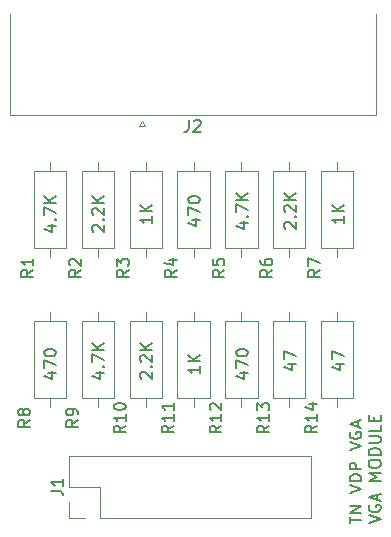
<source format=gbr>
%TF.GenerationSoftware,KiCad,Pcbnew,7.0.1*%
%TF.CreationDate,2023-05-30T14:27:45-07:00*%
%TF.ProjectId,tn_vdp_v1_vga,746e5f76-6470-45f7-9631-5f7667612e6b,rev?*%
%TF.SameCoordinates,Original*%
%TF.FileFunction,Legend,Top*%
%TF.FilePolarity,Positive*%
%FSLAX46Y46*%
G04 Gerber Fmt 4.6, Leading zero omitted, Abs format (unit mm)*
G04 Created by KiCad (PCBNEW 7.0.1) date 2023-05-30 14:27:45*
%MOMM*%
%LPD*%
G01*
G04 APERTURE LIST*
%ADD10C,0.150000*%
%ADD11C,0.120000*%
G04 APERTURE END LIST*
D10*
X156513952Y-62999809D02*
X157180619Y-62999809D01*
X156133000Y-63237904D02*
X156847285Y-63475999D01*
X156847285Y-63475999D02*
X156847285Y-62856952D01*
X157085380Y-62475999D02*
X157133000Y-62428380D01*
X157133000Y-62428380D02*
X157180619Y-62475999D01*
X157180619Y-62475999D02*
X157133000Y-62523618D01*
X157133000Y-62523618D02*
X157085380Y-62475999D01*
X157085380Y-62475999D02*
X157180619Y-62475999D01*
X156180619Y-62095047D02*
X156180619Y-61428381D01*
X156180619Y-61428381D02*
X157180619Y-61856952D01*
X157180619Y-61047428D02*
X156180619Y-61047428D01*
X157180619Y-60476000D02*
X156609190Y-60904571D01*
X156180619Y-60476000D02*
X156752047Y-61047428D01*
X165308619Y-62190285D02*
X165308619Y-62761713D01*
X165308619Y-62475999D02*
X164308619Y-62475999D01*
X164308619Y-62475999D02*
X164451476Y-62571237D01*
X164451476Y-62571237D02*
X164546714Y-62666475D01*
X164546714Y-62666475D02*
X164594333Y-62761713D01*
X165308619Y-61761713D02*
X164308619Y-61761713D01*
X165308619Y-61190285D02*
X164737190Y-61618856D01*
X164308619Y-61190285D02*
X164880047Y-61761713D01*
X156513952Y-75437904D02*
X157180619Y-75437904D01*
X156133000Y-75675999D02*
X156847285Y-75914094D01*
X156847285Y-75914094D02*
X156847285Y-75295047D01*
X156180619Y-75009332D02*
X156180619Y-74342666D01*
X156180619Y-74342666D02*
X157180619Y-74771237D01*
X156180619Y-73771237D02*
X156180619Y-73675999D01*
X156180619Y-73675999D02*
X156228238Y-73580761D01*
X156228238Y-73580761D02*
X156275857Y-73533142D01*
X156275857Y-73533142D02*
X156371095Y-73485523D01*
X156371095Y-73485523D02*
X156561571Y-73437904D01*
X156561571Y-73437904D02*
X156799666Y-73437904D01*
X156799666Y-73437904D02*
X156990142Y-73485523D01*
X156990142Y-73485523D02*
X157085380Y-73533142D01*
X157085380Y-73533142D02*
X157133000Y-73580761D01*
X157133000Y-73580761D02*
X157180619Y-73675999D01*
X157180619Y-73675999D02*
X157180619Y-73771237D01*
X157180619Y-73771237D02*
X157133000Y-73866475D01*
X157133000Y-73866475D02*
X157085380Y-73914094D01*
X157085380Y-73914094D02*
X156990142Y-73961713D01*
X156990142Y-73961713D02*
X156799666Y-74009332D01*
X156799666Y-74009332D02*
X156561571Y-74009332D01*
X156561571Y-74009332D02*
X156371095Y-73961713D01*
X156371095Y-73961713D02*
X156275857Y-73914094D01*
X156275857Y-73914094D02*
X156228238Y-73866475D01*
X156228238Y-73866475D02*
X156180619Y-73771237D01*
X180897952Y-74707714D02*
X181564619Y-74707714D01*
X180517000Y-74945809D02*
X181231285Y-75183904D01*
X181231285Y-75183904D02*
X181231285Y-74564857D01*
X180564619Y-74279142D02*
X180564619Y-73612476D01*
X180564619Y-73612476D02*
X181564619Y-74041047D01*
X181564619Y-62190285D02*
X181564619Y-62761713D01*
X181564619Y-62475999D02*
X180564619Y-62475999D01*
X180564619Y-62475999D02*
X180707476Y-62571237D01*
X180707476Y-62571237D02*
X180802714Y-62666475D01*
X180802714Y-62666475D02*
X180850333Y-62761713D01*
X181564619Y-61761713D02*
X180564619Y-61761713D01*
X181564619Y-61190285D02*
X180993190Y-61618856D01*
X180564619Y-61190285D02*
X181136047Y-61761713D01*
X176833952Y-74707714D02*
X177500619Y-74707714D01*
X176453000Y-74945809D02*
X177167285Y-75183904D01*
X177167285Y-75183904D02*
X177167285Y-74564857D01*
X176500619Y-74279142D02*
X176500619Y-73612476D01*
X176500619Y-73612476D02*
X177500619Y-74041047D01*
X172769952Y-75437904D02*
X173436619Y-75437904D01*
X172389000Y-75675999D02*
X173103285Y-75914094D01*
X173103285Y-75914094D02*
X173103285Y-75295047D01*
X172436619Y-75009332D02*
X172436619Y-74342666D01*
X172436619Y-74342666D02*
X173436619Y-74771237D01*
X172436619Y-73771237D02*
X172436619Y-73675999D01*
X172436619Y-73675999D02*
X172484238Y-73580761D01*
X172484238Y-73580761D02*
X172531857Y-73533142D01*
X172531857Y-73533142D02*
X172627095Y-73485523D01*
X172627095Y-73485523D02*
X172817571Y-73437904D01*
X172817571Y-73437904D02*
X173055666Y-73437904D01*
X173055666Y-73437904D02*
X173246142Y-73485523D01*
X173246142Y-73485523D02*
X173341380Y-73533142D01*
X173341380Y-73533142D02*
X173389000Y-73580761D01*
X173389000Y-73580761D02*
X173436619Y-73675999D01*
X173436619Y-73675999D02*
X173436619Y-73771237D01*
X173436619Y-73771237D02*
X173389000Y-73866475D01*
X173389000Y-73866475D02*
X173341380Y-73914094D01*
X173341380Y-73914094D02*
X173246142Y-73961713D01*
X173246142Y-73961713D02*
X173055666Y-74009332D01*
X173055666Y-74009332D02*
X172817571Y-74009332D01*
X172817571Y-74009332D02*
X172627095Y-73961713D01*
X172627095Y-73961713D02*
X172531857Y-73914094D01*
X172531857Y-73914094D02*
X172484238Y-73866475D01*
X172484238Y-73866475D02*
X172436619Y-73771237D01*
X182042619Y-88169761D02*
X182042619Y-87598333D01*
X183042619Y-87884047D02*
X182042619Y-87884047D01*
X183042619Y-87264999D02*
X182042619Y-87264999D01*
X182042619Y-87264999D02*
X183042619Y-86693571D01*
X183042619Y-86693571D02*
X182042619Y-86693571D01*
X182042619Y-85598332D02*
X183042619Y-85264999D01*
X183042619Y-85264999D02*
X182042619Y-84931666D01*
X183042619Y-84598332D02*
X182042619Y-84598332D01*
X182042619Y-84598332D02*
X182042619Y-84360237D01*
X182042619Y-84360237D02*
X182090238Y-84217380D01*
X182090238Y-84217380D02*
X182185476Y-84122142D01*
X182185476Y-84122142D02*
X182280714Y-84074523D01*
X182280714Y-84074523D02*
X182471190Y-84026904D01*
X182471190Y-84026904D02*
X182614047Y-84026904D01*
X182614047Y-84026904D02*
X182804523Y-84074523D01*
X182804523Y-84074523D02*
X182899761Y-84122142D01*
X182899761Y-84122142D02*
X182995000Y-84217380D01*
X182995000Y-84217380D02*
X183042619Y-84360237D01*
X183042619Y-84360237D02*
X183042619Y-84598332D01*
X183042619Y-83598332D02*
X182042619Y-83598332D01*
X182042619Y-83598332D02*
X182042619Y-83217380D01*
X182042619Y-83217380D02*
X182090238Y-83122142D01*
X182090238Y-83122142D02*
X182137857Y-83074523D01*
X182137857Y-83074523D02*
X182233095Y-83026904D01*
X182233095Y-83026904D02*
X182375952Y-83026904D01*
X182375952Y-83026904D02*
X182471190Y-83074523D01*
X182471190Y-83074523D02*
X182518809Y-83122142D01*
X182518809Y-83122142D02*
X182566428Y-83217380D01*
X182566428Y-83217380D02*
X182566428Y-83598332D01*
X182042619Y-81979284D02*
X183042619Y-81645951D01*
X183042619Y-81645951D02*
X182042619Y-81312618D01*
X182090238Y-80455475D02*
X182042619Y-80550713D01*
X182042619Y-80550713D02*
X182042619Y-80693570D01*
X182042619Y-80693570D02*
X182090238Y-80836427D01*
X182090238Y-80836427D02*
X182185476Y-80931665D01*
X182185476Y-80931665D02*
X182280714Y-80979284D01*
X182280714Y-80979284D02*
X182471190Y-81026903D01*
X182471190Y-81026903D02*
X182614047Y-81026903D01*
X182614047Y-81026903D02*
X182804523Y-80979284D01*
X182804523Y-80979284D02*
X182899761Y-80931665D01*
X182899761Y-80931665D02*
X182995000Y-80836427D01*
X182995000Y-80836427D02*
X183042619Y-80693570D01*
X183042619Y-80693570D02*
X183042619Y-80598332D01*
X183042619Y-80598332D02*
X182995000Y-80455475D01*
X182995000Y-80455475D02*
X182947380Y-80407856D01*
X182947380Y-80407856D02*
X182614047Y-80407856D01*
X182614047Y-80407856D02*
X182614047Y-80598332D01*
X182756904Y-80026903D02*
X182756904Y-79550713D01*
X183042619Y-80122141D02*
X182042619Y-79788808D01*
X182042619Y-79788808D02*
X183042619Y-79455475D01*
X183662619Y-88169761D02*
X184662619Y-87836428D01*
X184662619Y-87836428D02*
X183662619Y-87503095D01*
X183710238Y-86645952D02*
X183662619Y-86741190D01*
X183662619Y-86741190D02*
X183662619Y-86884047D01*
X183662619Y-86884047D02*
X183710238Y-87026904D01*
X183710238Y-87026904D02*
X183805476Y-87122142D01*
X183805476Y-87122142D02*
X183900714Y-87169761D01*
X183900714Y-87169761D02*
X184091190Y-87217380D01*
X184091190Y-87217380D02*
X184234047Y-87217380D01*
X184234047Y-87217380D02*
X184424523Y-87169761D01*
X184424523Y-87169761D02*
X184519761Y-87122142D01*
X184519761Y-87122142D02*
X184615000Y-87026904D01*
X184615000Y-87026904D02*
X184662619Y-86884047D01*
X184662619Y-86884047D02*
X184662619Y-86788809D01*
X184662619Y-86788809D02*
X184615000Y-86645952D01*
X184615000Y-86645952D02*
X184567380Y-86598333D01*
X184567380Y-86598333D02*
X184234047Y-86598333D01*
X184234047Y-86598333D02*
X184234047Y-86788809D01*
X184376904Y-86217380D02*
X184376904Y-85741190D01*
X184662619Y-86312618D02*
X183662619Y-85979285D01*
X183662619Y-85979285D02*
X184662619Y-85645952D01*
X184662619Y-84550713D02*
X183662619Y-84550713D01*
X183662619Y-84550713D02*
X184376904Y-84217380D01*
X184376904Y-84217380D02*
X183662619Y-83884047D01*
X183662619Y-83884047D02*
X184662619Y-83884047D01*
X183662619Y-83217380D02*
X183662619Y-83026904D01*
X183662619Y-83026904D02*
X183710238Y-82931666D01*
X183710238Y-82931666D02*
X183805476Y-82836428D01*
X183805476Y-82836428D02*
X183995952Y-82788809D01*
X183995952Y-82788809D02*
X184329285Y-82788809D01*
X184329285Y-82788809D02*
X184519761Y-82836428D01*
X184519761Y-82836428D02*
X184615000Y-82931666D01*
X184615000Y-82931666D02*
X184662619Y-83026904D01*
X184662619Y-83026904D02*
X184662619Y-83217380D01*
X184662619Y-83217380D02*
X184615000Y-83312618D01*
X184615000Y-83312618D02*
X184519761Y-83407856D01*
X184519761Y-83407856D02*
X184329285Y-83455475D01*
X184329285Y-83455475D02*
X183995952Y-83455475D01*
X183995952Y-83455475D02*
X183805476Y-83407856D01*
X183805476Y-83407856D02*
X183710238Y-83312618D01*
X183710238Y-83312618D02*
X183662619Y-83217380D01*
X184662619Y-82360237D02*
X183662619Y-82360237D01*
X183662619Y-82360237D02*
X183662619Y-82122142D01*
X183662619Y-82122142D02*
X183710238Y-81979285D01*
X183710238Y-81979285D02*
X183805476Y-81884047D01*
X183805476Y-81884047D02*
X183900714Y-81836428D01*
X183900714Y-81836428D02*
X184091190Y-81788809D01*
X184091190Y-81788809D02*
X184234047Y-81788809D01*
X184234047Y-81788809D02*
X184424523Y-81836428D01*
X184424523Y-81836428D02*
X184519761Y-81884047D01*
X184519761Y-81884047D02*
X184615000Y-81979285D01*
X184615000Y-81979285D02*
X184662619Y-82122142D01*
X184662619Y-82122142D02*
X184662619Y-82360237D01*
X183662619Y-81360237D02*
X184472142Y-81360237D01*
X184472142Y-81360237D02*
X184567380Y-81312618D01*
X184567380Y-81312618D02*
X184615000Y-81264999D01*
X184615000Y-81264999D02*
X184662619Y-81169761D01*
X184662619Y-81169761D02*
X184662619Y-80979285D01*
X184662619Y-80979285D02*
X184615000Y-80884047D01*
X184615000Y-80884047D02*
X184567380Y-80836428D01*
X184567380Y-80836428D02*
X184472142Y-80788809D01*
X184472142Y-80788809D02*
X183662619Y-80788809D01*
X184662619Y-79836428D02*
X184662619Y-80312618D01*
X184662619Y-80312618D02*
X183662619Y-80312618D01*
X184138809Y-79503094D02*
X184138809Y-79169761D01*
X184662619Y-79026904D02*
X184662619Y-79503094D01*
X184662619Y-79503094D02*
X183662619Y-79503094D01*
X183662619Y-79503094D02*
X183662619Y-79026904D01*
X169372619Y-74890285D02*
X169372619Y-75461713D01*
X169372619Y-75175999D02*
X168372619Y-75175999D01*
X168372619Y-75175999D02*
X168515476Y-75271237D01*
X168515476Y-75271237D02*
X168610714Y-75366475D01*
X168610714Y-75366475D02*
X168658333Y-75461713D01*
X169372619Y-74461713D02*
X168372619Y-74461713D01*
X169372619Y-73890285D02*
X168801190Y-74318856D01*
X168372619Y-73890285D02*
X168944047Y-74461713D01*
X168705952Y-62483904D02*
X169372619Y-62483904D01*
X168325000Y-62721999D02*
X169039285Y-62960094D01*
X169039285Y-62960094D02*
X169039285Y-62341047D01*
X168372619Y-62055332D02*
X168372619Y-61388666D01*
X168372619Y-61388666D02*
X169372619Y-61817237D01*
X168372619Y-60817237D02*
X168372619Y-60721999D01*
X168372619Y-60721999D02*
X168420238Y-60626761D01*
X168420238Y-60626761D02*
X168467857Y-60579142D01*
X168467857Y-60579142D02*
X168563095Y-60531523D01*
X168563095Y-60531523D02*
X168753571Y-60483904D01*
X168753571Y-60483904D02*
X168991666Y-60483904D01*
X168991666Y-60483904D02*
X169182142Y-60531523D01*
X169182142Y-60531523D02*
X169277380Y-60579142D01*
X169277380Y-60579142D02*
X169325000Y-60626761D01*
X169325000Y-60626761D02*
X169372619Y-60721999D01*
X169372619Y-60721999D02*
X169372619Y-60817237D01*
X169372619Y-60817237D02*
X169325000Y-60912475D01*
X169325000Y-60912475D02*
X169277380Y-60960094D01*
X169277380Y-60960094D02*
X169182142Y-61007713D01*
X169182142Y-61007713D02*
X168991666Y-61055332D01*
X168991666Y-61055332D02*
X168753571Y-61055332D01*
X168753571Y-61055332D02*
X168563095Y-61007713D01*
X168563095Y-61007713D02*
X168467857Y-60960094D01*
X168467857Y-60960094D02*
X168420238Y-60912475D01*
X168420238Y-60912475D02*
X168372619Y-60817237D01*
X164403857Y-75921999D02*
X164356238Y-75874380D01*
X164356238Y-75874380D02*
X164308619Y-75779142D01*
X164308619Y-75779142D02*
X164308619Y-75541047D01*
X164308619Y-75541047D02*
X164356238Y-75445809D01*
X164356238Y-75445809D02*
X164403857Y-75398190D01*
X164403857Y-75398190D02*
X164499095Y-75350571D01*
X164499095Y-75350571D02*
X164594333Y-75350571D01*
X164594333Y-75350571D02*
X164737190Y-75398190D01*
X164737190Y-75398190D02*
X165308619Y-75969618D01*
X165308619Y-75969618D02*
X165308619Y-75350571D01*
X165213380Y-74921999D02*
X165261000Y-74874380D01*
X165261000Y-74874380D02*
X165308619Y-74921999D01*
X165308619Y-74921999D02*
X165261000Y-74969618D01*
X165261000Y-74969618D02*
X165213380Y-74921999D01*
X165213380Y-74921999D02*
X165308619Y-74921999D01*
X164403857Y-74493428D02*
X164356238Y-74445809D01*
X164356238Y-74445809D02*
X164308619Y-74350571D01*
X164308619Y-74350571D02*
X164308619Y-74112476D01*
X164308619Y-74112476D02*
X164356238Y-74017238D01*
X164356238Y-74017238D02*
X164403857Y-73969619D01*
X164403857Y-73969619D02*
X164499095Y-73922000D01*
X164499095Y-73922000D02*
X164594333Y-73922000D01*
X164594333Y-73922000D02*
X164737190Y-73969619D01*
X164737190Y-73969619D02*
X165308619Y-74541047D01*
X165308619Y-74541047D02*
X165308619Y-73922000D01*
X165308619Y-73493428D02*
X164308619Y-73493428D01*
X165308619Y-72922000D02*
X164737190Y-73350571D01*
X164308619Y-72922000D02*
X164880047Y-73493428D01*
X160577952Y-75445809D02*
X161244619Y-75445809D01*
X160197000Y-75683904D02*
X160911285Y-75921999D01*
X160911285Y-75921999D02*
X160911285Y-75302952D01*
X161149380Y-74921999D02*
X161197000Y-74874380D01*
X161197000Y-74874380D02*
X161244619Y-74921999D01*
X161244619Y-74921999D02*
X161197000Y-74969618D01*
X161197000Y-74969618D02*
X161149380Y-74921999D01*
X161149380Y-74921999D02*
X161244619Y-74921999D01*
X160244619Y-74541047D02*
X160244619Y-73874381D01*
X160244619Y-73874381D02*
X161244619Y-74302952D01*
X161244619Y-73493428D02*
X160244619Y-73493428D01*
X161244619Y-72922000D02*
X160673190Y-73350571D01*
X160244619Y-72922000D02*
X160816047Y-73493428D01*
X160339857Y-63475999D02*
X160292238Y-63428380D01*
X160292238Y-63428380D02*
X160244619Y-63333142D01*
X160244619Y-63333142D02*
X160244619Y-63095047D01*
X160244619Y-63095047D02*
X160292238Y-62999809D01*
X160292238Y-62999809D02*
X160339857Y-62952190D01*
X160339857Y-62952190D02*
X160435095Y-62904571D01*
X160435095Y-62904571D02*
X160530333Y-62904571D01*
X160530333Y-62904571D02*
X160673190Y-62952190D01*
X160673190Y-62952190D02*
X161244619Y-63523618D01*
X161244619Y-63523618D02*
X161244619Y-62904571D01*
X161149380Y-62475999D02*
X161197000Y-62428380D01*
X161197000Y-62428380D02*
X161244619Y-62475999D01*
X161244619Y-62475999D02*
X161197000Y-62523618D01*
X161197000Y-62523618D02*
X161149380Y-62475999D01*
X161149380Y-62475999D02*
X161244619Y-62475999D01*
X160339857Y-62047428D02*
X160292238Y-61999809D01*
X160292238Y-61999809D02*
X160244619Y-61904571D01*
X160244619Y-61904571D02*
X160244619Y-61666476D01*
X160244619Y-61666476D02*
X160292238Y-61571238D01*
X160292238Y-61571238D02*
X160339857Y-61523619D01*
X160339857Y-61523619D02*
X160435095Y-61476000D01*
X160435095Y-61476000D02*
X160530333Y-61476000D01*
X160530333Y-61476000D02*
X160673190Y-61523619D01*
X160673190Y-61523619D02*
X161244619Y-62095047D01*
X161244619Y-62095047D02*
X161244619Y-61476000D01*
X161244619Y-61047428D02*
X160244619Y-61047428D01*
X161244619Y-60476000D02*
X160673190Y-60904571D01*
X160244619Y-60476000D02*
X160816047Y-61047428D01*
X172769952Y-62745809D02*
X173436619Y-62745809D01*
X172389000Y-62983904D02*
X173103285Y-63221999D01*
X173103285Y-63221999D02*
X173103285Y-62602952D01*
X173341380Y-62221999D02*
X173389000Y-62174380D01*
X173389000Y-62174380D02*
X173436619Y-62221999D01*
X173436619Y-62221999D02*
X173389000Y-62269618D01*
X173389000Y-62269618D02*
X173341380Y-62221999D01*
X173341380Y-62221999D02*
X173436619Y-62221999D01*
X172436619Y-61841047D02*
X172436619Y-61174381D01*
X172436619Y-61174381D02*
X173436619Y-61602952D01*
X173436619Y-60793428D02*
X172436619Y-60793428D01*
X173436619Y-60222000D02*
X172865190Y-60650571D01*
X172436619Y-60222000D02*
X173008047Y-60793428D01*
X176595857Y-63221999D02*
X176548238Y-63174380D01*
X176548238Y-63174380D02*
X176500619Y-63079142D01*
X176500619Y-63079142D02*
X176500619Y-62841047D01*
X176500619Y-62841047D02*
X176548238Y-62745809D01*
X176548238Y-62745809D02*
X176595857Y-62698190D01*
X176595857Y-62698190D02*
X176691095Y-62650571D01*
X176691095Y-62650571D02*
X176786333Y-62650571D01*
X176786333Y-62650571D02*
X176929190Y-62698190D01*
X176929190Y-62698190D02*
X177500619Y-63269618D01*
X177500619Y-63269618D02*
X177500619Y-62650571D01*
X177405380Y-62221999D02*
X177453000Y-62174380D01*
X177453000Y-62174380D02*
X177500619Y-62221999D01*
X177500619Y-62221999D02*
X177453000Y-62269618D01*
X177453000Y-62269618D02*
X177405380Y-62221999D01*
X177405380Y-62221999D02*
X177500619Y-62221999D01*
X176595857Y-61793428D02*
X176548238Y-61745809D01*
X176548238Y-61745809D02*
X176500619Y-61650571D01*
X176500619Y-61650571D02*
X176500619Y-61412476D01*
X176500619Y-61412476D02*
X176548238Y-61317238D01*
X176548238Y-61317238D02*
X176595857Y-61269619D01*
X176595857Y-61269619D02*
X176691095Y-61222000D01*
X176691095Y-61222000D02*
X176786333Y-61222000D01*
X176786333Y-61222000D02*
X176929190Y-61269619D01*
X176929190Y-61269619D02*
X177500619Y-61841047D01*
X177500619Y-61841047D02*
X177500619Y-61222000D01*
X177500619Y-60793428D02*
X176500619Y-60793428D01*
X177500619Y-60222000D02*
X176929190Y-60650571D01*
X176500619Y-60222000D02*
X177072047Y-60793428D01*
%TO.C,R14*%
X179278619Y-79890857D02*
X178802428Y-80224190D01*
X179278619Y-80462285D02*
X178278619Y-80462285D01*
X178278619Y-80462285D02*
X178278619Y-80081333D01*
X178278619Y-80081333D02*
X178326238Y-79986095D01*
X178326238Y-79986095D02*
X178373857Y-79938476D01*
X178373857Y-79938476D02*
X178469095Y-79890857D01*
X178469095Y-79890857D02*
X178611952Y-79890857D01*
X178611952Y-79890857D02*
X178707190Y-79938476D01*
X178707190Y-79938476D02*
X178754809Y-79986095D01*
X178754809Y-79986095D02*
X178802428Y-80081333D01*
X178802428Y-80081333D02*
X178802428Y-80462285D01*
X179278619Y-78938476D02*
X179278619Y-79509904D01*
X179278619Y-79224190D02*
X178278619Y-79224190D01*
X178278619Y-79224190D02*
X178421476Y-79319428D01*
X178421476Y-79319428D02*
X178516714Y-79414666D01*
X178516714Y-79414666D02*
X178564333Y-79509904D01*
X178611952Y-78081333D02*
X179278619Y-78081333D01*
X178231000Y-78319428D02*
X178945285Y-78557523D01*
X178945285Y-78557523D02*
X178945285Y-77938476D01*
%TO.C,R8*%
X154978619Y-79414666D02*
X154502428Y-79747999D01*
X154978619Y-79986094D02*
X153978619Y-79986094D01*
X153978619Y-79986094D02*
X153978619Y-79605142D01*
X153978619Y-79605142D02*
X154026238Y-79509904D01*
X154026238Y-79509904D02*
X154073857Y-79462285D01*
X154073857Y-79462285D02*
X154169095Y-79414666D01*
X154169095Y-79414666D02*
X154311952Y-79414666D01*
X154311952Y-79414666D02*
X154407190Y-79462285D01*
X154407190Y-79462285D02*
X154454809Y-79509904D01*
X154454809Y-79509904D02*
X154502428Y-79605142D01*
X154502428Y-79605142D02*
X154502428Y-79986094D01*
X154407190Y-78843237D02*
X154359571Y-78938475D01*
X154359571Y-78938475D02*
X154311952Y-78986094D01*
X154311952Y-78986094D02*
X154216714Y-79033713D01*
X154216714Y-79033713D02*
X154169095Y-79033713D01*
X154169095Y-79033713D02*
X154073857Y-78986094D01*
X154073857Y-78986094D02*
X154026238Y-78938475D01*
X154026238Y-78938475D02*
X153978619Y-78843237D01*
X153978619Y-78843237D02*
X153978619Y-78652761D01*
X153978619Y-78652761D02*
X154026238Y-78557523D01*
X154026238Y-78557523D02*
X154073857Y-78509904D01*
X154073857Y-78509904D02*
X154169095Y-78462285D01*
X154169095Y-78462285D02*
X154216714Y-78462285D01*
X154216714Y-78462285D02*
X154311952Y-78509904D01*
X154311952Y-78509904D02*
X154359571Y-78557523D01*
X154359571Y-78557523D02*
X154407190Y-78652761D01*
X154407190Y-78652761D02*
X154407190Y-78843237D01*
X154407190Y-78843237D02*
X154454809Y-78938475D01*
X154454809Y-78938475D02*
X154502428Y-78986094D01*
X154502428Y-78986094D02*
X154597666Y-79033713D01*
X154597666Y-79033713D02*
X154788142Y-79033713D01*
X154788142Y-79033713D02*
X154883380Y-78986094D01*
X154883380Y-78986094D02*
X154931000Y-78938475D01*
X154931000Y-78938475D02*
X154978619Y-78843237D01*
X154978619Y-78843237D02*
X154978619Y-78652761D01*
X154978619Y-78652761D02*
X154931000Y-78557523D01*
X154931000Y-78557523D02*
X154883380Y-78509904D01*
X154883380Y-78509904D02*
X154788142Y-78462285D01*
X154788142Y-78462285D02*
X154597666Y-78462285D01*
X154597666Y-78462285D02*
X154502428Y-78509904D01*
X154502428Y-78509904D02*
X154454809Y-78557523D01*
X154454809Y-78557523D02*
X154407190Y-78652761D01*
%TO.C,R13*%
X175228619Y-79890857D02*
X174752428Y-80224190D01*
X175228619Y-80462285D02*
X174228619Y-80462285D01*
X174228619Y-80462285D02*
X174228619Y-80081333D01*
X174228619Y-80081333D02*
X174276238Y-79986095D01*
X174276238Y-79986095D02*
X174323857Y-79938476D01*
X174323857Y-79938476D02*
X174419095Y-79890857D01*
X174419095Y-79890857D02*
X174561952Y-79890857D01*
X174561952Y-79890857D02*
X174657190Y-79938476D01*
X174657190Y-79938476D02*
X174704809Y-79986095D01*
X174704809Y-79986095D02*
X174752428Y-80081333D01*
X174752428Y-80081333D02*
X174752428Y-80462285D01*
X175228619Y-78938476D02*
X175228619Y-79509904D01*
X175228619Y-79224190D02*
X174228619Y-79224190D01*
X174228619Y-79224190D02*
X174371476Y-79319428D01*
X174371476Y-79319428D02*
X174466714Y-79414666D01*
X174466714Y-79414666D02*
X174514333Y-79509904D01*
X174228619Y-78605142D02*
X174228619Y-77986095D01*
X174228619Y-77986095D02*
X174609571Y-78319428D01*
X174609571Y-78319428D02*
X174609571Y-78176571D01*
X174609571Y-78176571D02*
X174657190Y-78081333D01*
X174657190Y-78081333D02*
X174704809Y-78033714D01*
X174704809Y-78033714D02*
X174800047Y-77986095D01*
X174800047Y-77986095D02*
X175038142Y-77986095D01*
X175038142Y-77986095D02*
X175133380Y-78033714D01*
X175133380Y-78033714D02*
X175181000Y-78081333D01*
X175181000Y-78081333D02*
X175228619Y-78176571D01*
X175228619Y-78176571D02*
X175228619Y-78462285D01*
X175228619Y-78462285D02*
X175181000Y-78557523D01*
X175181000Y-78557523D02*
X175133380Y-78605142D01*
%TO.C,R1*%
X155232619Y-66714666D02*
X154756428Y-67047999D01*
X155232619Y-67286094D02*
X154232619Y-67286094D01*
X154232619Y-67286094D02*
X154232619Y-66905142D01*
X154232619Y-66905142D02*
X154280238Y-66809904D01*
X154280238Y-66809904D02*
X154327857Y-66762285D01*
X154327857Y-66762285D02*
X154423095Y-66714666D01*
X154423095Y-66714666D02*
X154565952Y-66714666D01*
X154565952Y-66714666D02*
X154661190Y-66762285D01*
X154661190Y-66762285D02*
X154708809Y-66809904D01*
X154708809Y-66809904D02*
X154756428Y-66905142D01*
X154756428Y-66905142D02*
X154756428Y-67286094D01*
X155232619Y-65762285D02*
X155232619Y-66333713D01*
X155232619Y-66047999D02*
X154232619Y-66047999D01*
X154232619Y-66047999D02*
X154375476Y-66143237D01*
X154375476Y-66143237D02*
X154470714Y-66238475D01*
X154470714Y-66238475D02*
X154518333Y-66333713D01*
%TO.C,J2*%
X168438666Y-54015619D02*
X168438666Y-54729904D01*
X168438666Y-54729904D02*
X168391047Y-54872761D01*
X168391047Y-54872761D02*
X168295809Y-54968000D01*
X168295809Y-54968000D02*
X168152952Y-55015619D01*
X168152952Y-55015619D02*
X168057714Y-55015619D01*
X168867238Y-54110857D02*
X168914857Y-54063238D01*
X168914857Y-54063238D02*
X169010095Y-54015619D01*
X169010095Y-54015619D02*
X169248190Y-54015619D01*
X169248190Y-54015619D02*
X169343428Y-54063238D01*
X169343428Y-54063238D02*
X169391047Y-54110857D01*
X169391047Y-54110857D02*
X169438666Y-54206095D01*
X169438666Y-54206095D02*
X169438666Y-54301333D01*
X169438666Y-54301333D02*
X169391047Y-54444190D01*
X169391047Y-54444190D02*
X168819619Y-55015619D01*
X168819619Y-55015619D02*
X169438666Y-55015619D01*
%TO.C,R4*%
X167382619Y-66714666D02*
X166906428Y-67047999D01*
X167382619Y-67286094D02*
X166382619Y-67286094D01*
X166382619Y-67286094D02*
X166382619Y-66905142D01*
X166382619Y-66905142D02*
X166430238Y-66809904D01*
X166430238Y-66809904D02*
X166477857Y-66762285D01*
X166477857Y-66762285D02*
X166573095Y-66714666D01*
X166573095Y-66714666D02*
X166715952Y-66714666D01*
X166715952Y-66714666D02*
X166811190Y-66762285D01*
X166811190Y-66762285D02*
X166858809Y-66809904D01*
X166858809Y-66809904D02*
X166906428Y-66905142D01*
X166906428Y-66905142D02*
X166906428Y-67286094D01*
X166715952Y-65857523D02*
X167382619Y-65857523D01*
X166335000Y-66095618D02*
X167049285Y-66333713D01*
X167049285Y-66333713D02*
X167049285Y-65714666D01*
%TO.C,R10*%
X163078619Y-79890857D02*
X162602428Y-80224190D01*
X163078619Y-80462285D02*
X162078619Y-80462285D01*
X162078619Y-80462285D02*
X162078619Y-80081333D01*
X162078619Y-80081333D02*
X162126238Y-79986095D01*
X162126238Y-79986095D02*
X162173857Y-79938476D01*
X162173857Y-79938476D02*
X162269095Y-79890857D01*
X162269095Y-79890857D02*
X162411952Y-79890857D01*
X162411952Y-79890857D02*
X162507190Y-79938476D01*
X162507190Y-79938476D02*
X162554809Y-79986095D01*
X162554809Y-79986095D02*
X162602428Y-80081333D01*
X162602428Y-80081333D02*
X162602428Y-80462285D01*
X163078619Y-78938476D02*
X163078619Y-79509904D01*
X163078619Y-79224190D02*
X162078619Y-79224190D01*
X162078619Y-79224190D02*
X162221476Y-79319428D01*
X162221476Y-79319428D02*
X162316714Y-79414666D01*
X162316714Y-79414666D02*
X162364333Y-79509904D01*
X162078619Y-78319428D02*
X162078619Y-78224190D01*
X162078619Y-78224190D02*
X162126238Y-78128952D01*
X162126238Y-78128952D02*
X162173857Y-78081333D01*
X162173857Y-78081333D02*
X162269095Y-78033714D01*
X162269095Y-78033714D02*
X162459571Y-77986095D01*
X162459571Y-77986095D02*
X162697666Y-77986095D01*
X162697666Y-77986095D02*
X162888142Y-78033714D01*
X162888142Y-78033714D02*
X162983380Y-78081333D01*
X162983380Y-78081333D02*
X163031000Y-78128952D01*
X163031000Y-78128952D02*
X163078619Y-78224190D01*
X163078619Y-78224190D02*
X163078619Y-78319428D01*
X163078619Y-78319428D02*
X163031000Y-78414666D01*
X163031000Y-78414666D02*
X162983380Y-78462285D01*
X162983380Y-78462285D02*
X162888142Y-78509904D01*
X162888142Y-78509904D02*
X162697666Y-78557523D01*
X162697666Y-78557523D02*
X162459571Y-78557523D01*
X162459571Y-78557523D02*
X162269095Y-78509904D01*
X162269095Y-78509904D02*
X162173857Y-78462285D01*
X162173857Y-78462285D02*
X162126238Y-78414666D01*
X162126238Y-78414666D02*
X162078619Y-78319428D01*
%TO.C,R7*%
X179532619Y-66714666D02*
X179056428Y-67047999D01*
X179532619Y-67286094D02*
X178532619Y-67286094D01*
X178532619Y-67286094D02*
X178532619Y-66905142D01*
X178532619Y-66905142D02*
X178580238Y-66809904D01*
X178580238Y-66809904D02*
X178627857Y-66762285D01*
X178627857Y-66762285D02*
X178723095Y-66714666D01*
X178723095Y-66714666D02*
X178865952Y-66714666D01*
X178865952Y-66714666D02*
X178961190Y-66762285D01*
X178961190Y-66762285D02*
X179008809Y-66809904D01*
X179008809Y-66809904D02*
X179056428Y-66905142D01*
X179056428Y-66905142D02*
X179056428Y-67286094D01*
X178532619Y-66381332D02*
X178532619Y-65714666D01*
X178532619Y-65714666D02*
X179532619Y-66143237D01*
%TO.C,R11*%
X167128619Y-79890857D02*
X166652428Y-80224190D01*
X167128619Y-80462285D02*
X166128619Y-80462285D01*
X166128619Y-80462285D02*
X166128619Y-80081333D01*
X166128619Y-80081333D02*
X166176238Y-79986095D01*
X166176238Y-79986095D02*
X166223857Y-79938476D01*
X166223857Y-79938476D02*
X166319095Y-79890857D01*
X166319095Y-79890857D02*
X166461952Y-79890857D01*
X166461952Y-79890857D02*
X166557190Y-79938476D01*
X166557190Y-79938476D02*
X166604809Y-79986095D01*
X166604809Y-79986095D02*
X166652428Y-80081333D01*
X166652428Y-80081333D02*
X166652428Y-80462285D01*
X167128619Y-78938476D02*
X167128619Y-79509904D01*
X167128619Y-79224190D02*
X166128619Y-79224190D01*
X166128619Y-79224190D02*
X166271476Y-79319428D01*
X166271476Y-79319428D02*
X166366714Y-79414666D01*
X166366714Y-79414666D02*
X166414333Y-79509904D01*
X167128619Y-77986095D02*
X167128619Y-78557523D01*
X167128619Y-78271809D02*
X166128619Y-78271809D01*
X166128619Y-78271809D02*
X166271476Y-78367047D01*
X166271476Y-78367047D02*
X166366714Y-78462285D01*
X166366714Y-78462285D02*
X166414333Y-78557523D01*
%TO.C,R3*%
X163332619Y-66714666D02*
X162856428Y-67047999D01*
X163332619Y-67286094D02*
X162332619Y-67286094D01*
X162332619Y-67286094D02*
X162332619Y-66905142D01*
X162332619Y-66905142D02*
X162380238Y-66809904D01*
X162380238Y-66809904D02*
X162427857Y-66762285D01*
X162427857Y-66762285D02*
X162523095Y-66714666D01*
X162523095Y-66714666D02*
X162665952Y-66714666D01*
X162665952Y-66714666D02*
X162761190Y-66762285D01*
X162761190Y-66762285D02*
X162808809Y-66809904D01*
X162808809Y-66809904D02*
X162856428Y-66905142D01*
X162856428Y-66905142D02*
X162856428Y-67286094D01*
X162332619Y-66381332D02*
X162332619Y-65762285D01*
X162332619Y-65762285D02*
X162713571Y-66095618D01*
X162713571Y-66095618D02*
X162713571Y-65952761D01*
X162713571Y-65952761D02*
X162761190Y-65857523D01*
X162761190Y-65857523D02*
X162808809Y-65809904D01*
X162808809Y-65809904D02*
X162904047Y-65762285D01*
X162904047Y-65762285D02*
X163142142Y-65762285D01*
X163142142Y-65762285D02*
X163237380Y-65809904D01*
X163237380Y-65809904D02*
X163285000Y-65857523D01*
X163285000Y-65857523D02*
X163332619Y-65952761D01*
X163332619Y-65952761D02*
X163332619Y-66238475D01*
X163332619Y-66238475D02*
X163285000Y-66333713D01*
X163285000Y-66333713D02*
X163237380Y-66381332D01*
%TO.C,J1*%
X156771619Y-85423333D02*
X157485904Y-85423333D01*
X157485904Y-85423333D02*
X157628761Y-85470952D01*
X157628761Y-85470952D02*
X157724000Y-85566190D01*
X157724000Y-85566190D02*
X157771619Y-85709047D01*
X157771619Y-85709047D02*
X157771619Y-85804285D01*
X157771619Y-84423333D02*
X157771619Y-84994761D01*
X157771619Y-84709047D02*
X156771619Y-84709047D01*
X156771619Y-84709047D02*
X156914476Y-84804285D01*
X156914476Y-84804285D02*
X157009714Y-84899523D01*
X157009714Y-84899523D02*
X157057333Y-84994761D01*
%TO.C,R9*%
X159028619Y-79414666D02*
X158552428Y-79747999D01*
X159028619Y-79986094D02*
X158028619Y-79986094D01*
X158028619Y-79986094D02*
X158028619Y-79605142D01*
X158028619Y-79605142D02*
X158076238Y-79509904D01*
X158076238Y-79509904D02*
X158123857Y-79462285D01*
X158123857Y-79462285D02*
X158219095Y-79414666D01*
X158219095Y-79414666D02*
X158361952Y-79414666D01*
X158361952Y-79414666D02*
X158457190Y-79462285D01*
X158457190Y-79462285D02*
X158504809Y-79509904D01*
X158504809Y-79509904D02*
X158552428Y-79605142D01*
X158552428Y-79605142D02*
X158552428Y-79986094D01*
X159028619Y-78938475D02*
X159028619Y-78747999D01*
X159028619Y-78747999D02*
X158981000Y-78652761D01*
X158981000Y-78652761D02*
X158933380Y-78605142D01*
X158933380Y-78605142D02*
X158790523Y-78509904D01*
X158790523Y-78509904D02*
X158600047Y-78462285D01*
X158600047Y-78462285D02*
X158219095Y-78462285D01*
X158219095Y-78462285D02*
X158123857Y-78509904D01*
X158123857Y-78509904D02*
X158076238Y-78557523D01*
X158076238Y-78557523D02*
X158028619Y-78652761D01*
X158028619Y-78652761D02*
X158028619Y-78843237D01*
X158028619Y-78843237D02*
X158076238Y-78938475D01*
X158076238Y-78938475D02*
X158123857Y-78986094D01*
X158123857Y-78986094D02*
X158219095Y-79033713D01*
X158219095Y-79033713D02*
X158457190Y-79033713D01*
X158457190Y-79033713D02*
X158552428Y-78986094D01*
X158552428Y-78986094D02*
X158600047Y-78938475D01*
X158600047Y-78938475D02*
X158647666Y-78843237D01*
X158647666Y-78843237D02*
X158647666Y-78652761D01*
X158647666Y-78652761D02*
X158600047Y-78557523D01*
X158600047Y-78557523D02*
X158552428Y-78509904D01*
X158552428Y-78509904D02*
X158457190Y-78462285D01*
%TO.C,R5*%
X171432619Y-66714666D02*
X170956428Y-67047999D01*
X171432619Y-67286094D02*
X170432619Y-67286094D01*
X170432619Y-67286094D02*
X170432619Y-66905142D01*
X170432619Y-66905142D02*
X170480238Y-66809904D01*
X170480238Y-66809904D02*
X170527857Y-66762285D01*
X170527857Y-66762285D02*
X170623095Y-66714666D01*
X170623095Y-66714666D02*
X170765952Y-66714666D01*
X170765952Y-66714666D02*
X170861190Y-66762285D01*
X170861190Y-66762285D02*
X170908809Y-66809904D01*
X170908809Y-66809904D02*
X170956428Y-66905142D01*
X170956428Y-66905142D02*
X170956428Y-67286094D01*
X170432619Y-65809904D02*
X170432619Y-66286094D01*
X170432619Y-66286094D02*
X170908809Y-66333713D01*
X170908809Y-66333713D02*
X170861190Y-66286094D01*
X170861190Y-66286094D02*
X170813571Y-66190856D01*
X170813571Y-66190856D02*
X170813571Y-65952761D01*
X170813571Y-65952761D02*
X170861190Y-65857523D01*
X170861190Y-65857523D02*
X170908809Y-65809904D01*
X170908809Y-65809904D02*
X171004047Y-65762285D01*
X171004047Y-65762285D02*
X171242142Y-65762285D01*
X171242142Y-65762285D02*
X171337380Y-65809904D01*
X171337380Y-65809904D02*
X171385000Y-65857523D01*
X171385000Y-65857523D02*
X171432619Y-65952761D01*
X171432619Y-65952761D02*
X171432619Y-66190856D01*
X171432619Y-66190856D02*
X171385000Y-66286094D01*
X171385000Y-66286094D02*
X171337380Y-66333713D01*
%TO.C,R6*%
X175482619Y-66714666D02*
X175006428Y-67047999D01*
X175482619Y-67286094D02*
X174482619Y-67286094D01*
X174482619Y-67286094D02*
X174482619Y-66905142D01*
X174482619Y-66905142D02*
X174530238Y-66809904D01*
X174530238Y-66809904D02*
X174577857Y-66762285D01*
X174577857Y-66762285D02*
X174673095Y-66714666D01*
X174673095Y-66714666D02*
X174815952Y-66714666D01*
X174815952Y-66714666D02*
X174911190Y-66762285D01*
X174911190Y-66762285D02*
X174958809Y-66809904D01*
X174958809Y-66809904D02*
X175006428Y-66905142D01*
X175006428Y-66905142D02*
X175006428Y-67286094D01*
X174482619Y-65857523D02*
X174482619Y-66047999D01*
X174482619Y-66047999D02*
X174530238Y-66143237D01*
X174530238Y-66143237D02*
X174577857Y-66190856D01*
X174577857Y-66190856D02*
X174720714Y-66286094D01*
X174720714Y-66286094D02*
X174911190Y-66333713D01*
X174911190Y-66333713D02*
X175292142Y-66333713D01*
X175292142Y-66333713D02*
X175387380Y-66286094D01*
X175387380Y-66286094D02*
X175435000Y-66238475D01*
X175435000Y-66238475D02*
X175482619Y-66143237D01*
X175482619Y-66143237D02*
X175482619Y-65952761D01*
X175482619Y-65952761D02*
X175435000Y-65857523D01*
X175435000Y-65857523D02*
X175387380Y-65809904D01*
X175387380Y-65809904D02*
X175292142Y-65762285D01*
X175292142Y-65762285D02*
X175054047Y-65762285D01*
X175054047Y-65762285D02*
X174958809Y-65809904D01*
X174958809Y-65809904D02*
X174911190Y-65857523D01*
X174911190Y-65857523D02*
X174863571Y-65952761D01*
X174863571Y-65952761D02*
X174863571Y-66143237D01*
X174863571Y-66143237D02*
X174911190Y-66238475D01*
X174911190Y-66238475D02*
X174958809Y-66286094D01*
X174958809Y-66286094D02*
X175054047Y-66333713D01*
%TO.C,R2*%
X159282619Y-66714666D02*
X158806428Y-67047999D01*
X159282619Y-67286094D02*
X158282619Y-67286094D01*
X158282619Y-67286094D02*
X158282619Y-66905142D01*
X158282619Y-66905142D02*
X158330238Y-66809904D01*
X158330238Y-66809904D02*
X158377857Y-66762285D01*
X158377857Y-66762285D02*
X158473095Y-66714666D01*
X158473095Y-66714666D02*
X158615952Y-66714666D01*
X158615952Y-66714666D02*
X158711190Y-66762285D01*
X158711190Y-66762285D02*
X158758809Y-66809904D01*
X158758809Y-66809904D02*
X158806428Y-66905142D01*
X158806428Y-66905142D02*
X158806428Y-67286094D01*
X158377857Y-66333713D02*
X158330238Y-66286094D01*
X158330238Y-66286094D02*
X158282619Y-66190856D01*
X158282619Y-66190856D02*
X158282619Y-65952761D01*
X158282619Y-65952761D02*
X158330238Y-65857523D01*
X158330238Y-65857523D02*
X158377857Y-65809904D01*
X158377857Y-65809904D02*
X158473095Y-65762285D01*
X158473095Y-65762285D02*
X158568333Y-65762285D01*
X158568333Y-65762285D02*
X158711190Y-65809904D01*
X158711190Y-65809904D02*
X159282619Y-66381332D01*
X159282619Y-66381332D02*
X159282619Y-65762285D01*
%TO.C,R12*%
X171178619Y-79890857D02*
X170702428Y-80224190D01*
X171178619Y-80462285D02*
X170178619Y-80462285D01*
X170178619Y-80462285D02*
X170178619Y-80081333D01*
X170178619Y-80081333D02*
X170226238Y-79986095D01*
X170226238Y-79986095D02*
X170273857Y-79938476D01*
X170273857Y-79938476D02*
X170369095Y-79890857D01*
X170369095Y-79890857D02*
X170511952Y-79890857D01*
X170511952Y-79890857D02*
X170607190Y-79938476D01*
X170607190Y-79938476D02*
X170654809Y-79986095D01*
X170654809Y-79986095D02*
X170702428Y-80081333D01*
X170702428Y-80081333D02*
X170702428Y-80462285D01*
X171178619Y-78938476D02*
X171178619Y-79509904D01*
X171178619Y-79224190D02*
X170178619Y-79224190D01*
X170178619Y-79224190D02*
X170321476Y-79319428D01*
X170321476Y-79319428D02*
X170416714Y-79414666D01*
X170416714Y-79414666D02*
X170464333Y-79509904D01*
X170273857Y-78557523D02*
X170226238Y-78509904D01*
X170226238Y-78509904D02*
X170178619Y-78414666D01*
X170178619Y-78414666D02*
X170178619Y-78176571D01*
X170178619Y-78176571D02*
X170226238Y-78081333D01*
X170226238Y-78081333D02*
X170273857Y-78033714D01*
X170273857Y-78033714D02*
X170369095Y-77986095D01*
X170369095Y-77986095D02*
X170464333Y-77986095D01*
X170464333Y-77986095D02*
X170607190Y-78033714D01*
X170607190Y-78033714D02*
X171178619Y-78605142D01*
X171178619Y-78605142D02*
X171178619Y-77986095D01*
D11*
%TO.C,R14*%
X180975000Y-70255000D02*
X180975000Y-71025000D01*
X182345000Y-71025000D02*
X179605000Y-71025000D01*
X179605000Y-71025000D02*
X179605000Y-77565000D01*
X182345000Y-77565000D02*
X182345000Y-71025000D01*
X179605000Y-77565000D02*
X182345000Y-77565000D01*
X180975000Y-78335000D02*
X180975000Y-77565000D01*
%TO.C,R8*%
X156675000Y-70255000D02*
X156675000Y-71025000D01*
X158045000Y-71025000D02*
X155305000Y-71025000D01*
X155305000Y-71025000D02*
X155305000Y-77565000D01*
X158045000Y-77565000D02*
X158045000Y-71025000D01*
X155305000Y-77565000D02*
X158045000Y-77565000D01*
X156675000Y-78335000D02*
X156675000Y-77565000D01*
%TO.C,R13*%
X176925000Y-70255000D02*
X176925000Y-71025000D01*
X178295000Y-71025000D02*
X175555000Y-71025000D01*
X175555000Y-71025000D02*
X175555000Y-77565000D01*
X178295000Y-77565000D02*
X178295000Y-71025000D01*
X175555000Y-77565000D02*
X178295000Y-77565000D01*
X176925000Y-78335000D02*
X176925000Y-77565000D01*
%TO.C,R1*%
X156675000Y-57555000D02*
X156675000Y-58325000D01*
X158045000Y-58325000D02*
X155305000Y-58325000D01*
X155305000Y-58325000D02*
X155305000Y-64865000D01*
X158045000Y-64865000D02*
X158045000Y-58325000D01*
X155305000Y-64865000D02*
X158045000Y-64865000D01*
X156675000Y-65635000D02*
X156675000Y-64865000D01*
%TO.C,J2*%
X184257000Y-53613000D02*
X153287000Y-53613000D01*
X184257000Y-45013000D02*
X184257000Y-53613000D01*
X164707000Y-54507338D02*
X164207000Y-54507338D01*
X164457000Y-54074325D02*
X164707000Y-54507338D01*
X164207000Y-54507338D02*
X164457000Y-54074325D01*
X153287000Y-53613000D02*
X153287000Y-45013000D01*
%TO.C,R4*%
X168825000Y-57555000D02*
X168825000Y-58325000D01*
X170195000Y-58325000D02*
X167455000Y-58325000D01*
X167455000Y-58325000D02*
X167455000Y-64865000D01*
X170195000Y-64865000D02*
X170195000Y-58325000D01*
X167455000Y-64865000D02*
X170195000Y-64865000D01*
X168825000Y-65635000D02*
X168825000Y-64865000D01*
%TO.C,R10*%
X164775000Y-70255000D02*
X164775000Y-71025000D01*
X166145000Y-71025000D02*
X163405000Y-71025000D01*
X163405000Y-71025000D02*
X163405000Y-77565000D01*
X166145000Y-77565000D02*
X166145000Y-71025000D01*
X163405000Y-77565000D02*
X166145000Y-77565000D01*
X164775000Y-78335000D02*
X164775000Y-77565000D01*
%TO.C,R7*%
X180975000Y-57555000D02*
X180975000Y-58325000D01*
X182345000Y-58325000D02*
X179605000Y-58325000D01*
X179605000Y-58325000D02*
X179605000Y-64865000D01*
X182345000Y-64865000D02*
X182345000Y-58325000D01*
X179605000Y-64865000D02*
X182345000Y-64865000D01*
X180975000Y-65635000D02*
X180975000Y-64865000D01*
%TO.C,R11*%
X168825000Y-70255000D02*
X168825000Y-71025000D01*
X170195000Y-71025000D02*
X167455000Y-71025000D01*
X167455000Y-71025000D02*
X167455000Y-77565000D01*
X170195000Y-77565000D02*
X170195000Y-71025000D01*
X167455000Y-77565000D02*
X170195000Y-77565000D01*
X168825000Y-78335000D02*
X168825000Y-77565000D01*
%TO.C,R3*%
X164775000Y-57555000D02*
X164775000Y-58325000D01*
X166145000Y-58325000D02*
X163405000Y-58325000D01*
X163405000Y-58325000D02*
X163405000Y-64865000D01*
X166145000Y-64865000D02*
X166145000Y-58325000D01*
X163405000Y-64865000D02*
X166145000Y-64865000D01*
X164775000Y-65635000D02*
X164775000Y-64865000D01*
%TO.C,J1*%
X158309000Y-87690000D02*
X158309000Y-86360000D01*
X159639000Y-87690000D02*
X158309000Y-87690000D01*
X160909000Y-87690000D02*
X178749000Y-87690000D01*
X160909000Y-87690000D02*
X160909000Y-85090000D01*
X178749000Y-87690000D02*
X178749000Y-82490000D01*
X158309000Y-85090000D02*
X158309000Y-82490000D01*
X160909000Y-85090000D02*
X158309000Y-85090000D01*
X158309000Y-82490000D02*
X178749000Y-82490000D01*
%TO.C,R9*%
X160725000Y-70255000D02*
X160725000Y-71025000D01*
X162095000Y-71025000D02*
X159355000Y-71025000D01*
X159355000Y-71025000D02*
X159355000Y-77565000D01*
X162095000Y-77565000D02*
X162095000Y-71025000D01*
X159355000Y-77565000D02*
X162095000Y-77565000D01*
X160725000Y-78335000D02*
X160725000Y-77565000D01*
%TO.C,R5*%
X172875000Y-57555000D02*
X172875000Y-58325000D01*
X174245000Y-58325000D02*
X171505000Y-58325000D01*
X171505000Y-58325000D02*
X171505000Y-64865000D01*
X174245000Y-64865000D02*
X174245000Y-58325000D01*
X171505000Y-64865000D02*
X174245000Y-64865000D01*
X172875000Y-65635000D02*
X172875000Y-64865000D01*
%TO.C,R6*%
X176925000Y-57555000D02*
X176925000Y-58325000D01*
X178295000Y-58325000D02*
X175555000Y-58325000D01*
X175555000Y-58325000D02*
X175555000Y-64865000D01*
X178295000Y-64865000D02*
X178295000Y-58325000D01*
X175555000Y-64865000D02*
X178295000Y-64865000D01*
X176925000Y-65635000D02*
X176925000Y-64865000D01*
%TO.C,R2*%
X160725000Y-57555000D02*
X160725000Y-58325000D01*
X162095000Y-58325000D02*
X159355000Y-58325000D01*
X159355000Y-58325000D02*
X159355000Y-64865000D01*
X162095000Y-64865000D02*
X162095000Y-58325000D01*
X159355000Y-64865000D02*
X162095000Y-64865000D01*
X160725000Y-65635000D02*
X160725000Y-64865000D01*
%TO.C,R12*%
X172875000Y-70255000D02*
X172875000Y-71025000D01*
X174245000Y-71025000D02*
X171505000Y-71025000D01*
X171505000Y-71025000D02*
X171505000Y-77565000D01*
X174245000Y-77565000D02*
X174245000Y-71025000D01*
X171505000Y-77565000D02*
X174245000Y-77565000D01*
X172875000Y-78335000D02*
X172875000Y-77565000D01*
%TD*%
M02*

</source>
